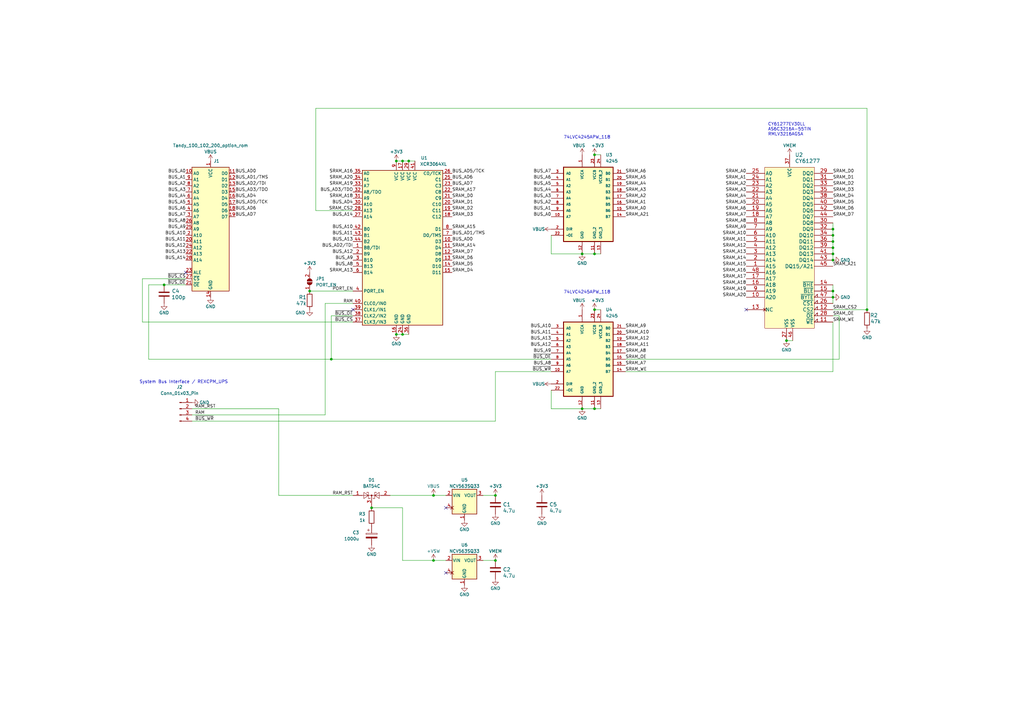
<source format=kicad_sch>
(kicad_sch (version 20230121) (generator eeschema)
  (paper "A3")
  (title_block (title "REXCPM bkw") (date "2023-10-07") (rev "003") (company "Brian K. White - b.kenyon.w@gmail.com") (comment 1 "Original design: Steven Adolph") (comment 2 "Based on REXCPMv7"))
  (lib_symbols
    (symbol "000_LOCAL:BAT54C" (pin_names (offset 1.016))
      (property "Reference" "D" (at 0.635 -3.81 0))
      (property "Value" "BAT54C" (at -6.35 3.175 0))
      (symbol "BAT54C_0_1"
        (polyline (pts (xy -1.905 0) (xy 1.905 0)))
        (polyline (pts (xy -1.905 1.27) (xy -1.905 1.016)))
        (polyline (pts (xy -1.27 -1.27) (xy -0.635 -1.27)))
        (polyline (pts (xy -1.27 0) (xy -3.81 0)))
        (polyline (pts (xy -1.27 1.27) (xy -1.905 1.27)))
        (polyline (pts (xy -1.27 1.27) (xy -1.27 -1.27)))
        (polyline (pts (xy -0.635 -1.27) (xy -0.635 -1.016)))
        (polyline (pts (xy 0.635 -1.27) (xy 0.635 -1.016)))
        (polyline (pts (xy 1.27 -1.27) (xy 0.635 -1.27)))
        (polyline (pts (xy 1.27 1.27) (xy 1.27 -1.27)))
        (polyline (pts (xy 1.27 1.27) (xy 1.905 1.27)))
        (polyline (pts (xy 1.905 1.27) (xy 1.905 1.016)))
        (polyline (pts (xy 3.81 0) (xy 1.27 0)))
        (polyline (pts (xy -3.175 -1.27) (xy -3.175 1.27) (xy -1.27 0) (xy -3.175 -1.27)))
        (polyline (pts (xy 3.175 -1.27) (xy 3.175 1.27) (xy 1.27 0) (xy 3.175 -1.27)))
        (circle (center 0 0) (radius 0.254) (fill (type outline)))
      )
      (symbol "BAT54C_1_1"
        (pin passive line (at -7.62 0 0) (length 3.81) (name "~") (number "1"))
        (pin passive line (at 7.62 0 180) (length 3.81) (name "~") (number "2"))
        (pin passive line (at 0 -5.08 90) (length 5.08) (name "~") (number "3"))
      )
    )
    (symbol "000_LOCAL:C" (pin_numbers hide) (pin_names (offset 0.254))
      (property "Reference" "C" (at 0.635 2.54 0))
      (property "Value" "C" (at 0.635 -2.54 0))
      (symbol "C_0_1"
        (polyline (pts (xy -2.032 -0.762) (xy 2.032 -0.762)) (stroke (width 0.508)))
        (polyline (pts (xy -2.032 0.762) (xy 2.032 0.762)) (stroke (width 0.508)))
      )
      (symbol "C_1_1"
        (pin passive line (at 0 3.81 270) (length 2.794) (name "~") (number "1"))
        (pin passive line (at 0 -3.81 90) (length 2.794) (name "~") (number "2"))
      )
    )
    (symbol "000_LOCAL:CP" (pin_numbers hide) (pin_names (offset 0.254))
      (property "Reference" "C" (at 0.635 2.54 0))
      (property "Value" "CP" (at 0.635 -2.54 0))
      (symbol "CP_0_1"
        (rectangle (start -2.286 0.508) (end 2.286 1.016))
        (polyline (pts (xy -1.778 2.286) (xy -0.762 2.286)))
        (polyline (pts (xy -1.27 2.794) (xy -1.27 1.778)))
        (rectangle (start 2.286 -0.508) (end -2.286 -1.016) (fill (type outline)))
      )
      (symbol "CP_1_1"
        (pin passive line (at 0 3.81 270) (length 2.794) (name "~") (number "1"))
        (pin passive line (at 0 -3.81 90) (length 2.794) (name "~") (number "2"))
      )
    )
    (symbol "000_LOCAL:CY62177" (pin_names (offset 0.254))
      (property "Reference" "U" (at -10.16 34.29 0))
      (property "Value" "CY61277" (at 2.54 34.29 0))
      (symbol "CY62177_1_0"
        (pin power_in line (at -1.27 -38.1 90) (length 5.08) (name "VSS") (number "27"))
        (pin power_in line (at 0 38.1 270) (length 5.08) (name "VCC") (number "37"))
        (pin power_in line (at 1.27 -38.1 90) (length 5.08) (name "VSS") (number "46"))
      )
      (symbol "CY62177_1_1"
        (rectangle (start -10.16 33.02) (end 10.16 -33.02) (fill (type background)))
        (pin input line (at -17.78 -7.62 0) (length 7.62) (name "A15") (number "1"))
        (pin input line (at -17.78 -20.32 0) (length 7.62) (name "A20") (number "10"))
        (pin input input_low (at 17.78 -30.48 180) (length 7.62) (name "~{WE}") (number "11"))
        (pin input input_low (at 17.78 -25.4 180) (length 7.62) (name "CS2") (number "12"))
        (pin passive non_logic (at -17.78 -25.4 0) (length 7.62) (name "NC") (number "13"))
        (pin input line (at 17.78 -15.24 180) (length 7.62) (name "~{BHE}") (number "14"))
        (pin input line (at 17.78 -17.78 180) (length 7.62) (name "~{BLE}") (number "15"))
        (pin input line (at -17.78 -15.24 0) (length 7.62) (name "A18") (number "16"))
        (pin input line (at -17.78 -12.7 0) (length 7.62) (name "A17") (number "17"))
        (pin input line (at -17.78 12.7 0) (length 7.62) (name "A7") (number "18"))
        (pin input line (at -17.78 15.24 0) (length 7.62) (name "A6") (number "19"))
        (pin input line (at -17.78 -5.08 0) (length 7.62) (name "A14") (number "2"))
        (pin input line (at -17.78 17.78 0) (length 7.62) (name "A5") (number "20"))
        (pin input line (at -17.78 20.32 0) (length 7.62) (name "A4") (number "21"))
        (pin input line (at -17.78 22.86 0) (length 7.62) (name "A3") (number "22"))
        (pin input line (at -17.78 25.4 0) (length 7.62) (name "A2") (number "23"))
        (pin input line (at -17.78 27.94 0) (length 7.62) (name "A1") (number "24"))
        (pin input line (at -17.78 30.48 0) (length 7.62) (name "A0") (number "25"))
        (pin input input_low (at 17.78 -22.86 180) (length 7.62) (name "~{CS1}") (number "26"))
        (pin input input_low (at 17.78 -27.94 180) (length 7.62) (name "~{OE}") (number "28"))
        (pin bidirectional line (at 17.78 30.48 180) (length 7.62) (name "DQ0") (number "29"))
        (pin input line (at -17.78 -2.54 0) (length 7.62) (name "A13") (number "3"))
        (pin bidirectional line (at 17.78 10.16 180) (length 7.62) (name "DQ8") (number "30"))
        (pin bidirectional line (at 17.78 27.94 180) (length 7.62) (name "DQ1") (number "31"))
        (pin bidirectional line (at 17.78 7.62 180) (length 7.62) (name "DQ9") (number "32"))
        (pin bidirectional line (at 17.78 25.4 180) (length 7.62) (name "DQ2") (number "33"))
        (pin bidirectional line (at 17.78 5.08 180) (length 7.62) (name "DQ10") (number "34"))
        (pin bidirectional line (at 17.78 22.86 180) (length 7.62) (name "DQ3") (number "35"))
        (pin bidirectional line (at 17.78 2.54 180) (length 7.62) (name "DQ11") (number "36"))
        (pin bidirectional line (at 17.78 20.32 180) (length 7.62) (name "DQ4") (number "38"))
        (pin bidirectional line (at 17.78 0 180) (length 7.62) (name "DQ12") (number "39"))
        (pin input line (at -17.78 0 0) (length 7.62) (name "A12") (number "4"))
        (pin bidirectional line (at 17.78 17.78 180) (length 7.62) (name "DQ5") (number "40"))
        (pin bidirectional line (at 17.78 -2.54 180) (length 7.62) (name "DQ13") (number "41"))
        (pin bidirectional line (at 17.78 15.24 180) (length 7.62) (name "DQ6") (number "42"))
        (pin bidirectional line (at 17.78 -5.08 180) (length 7.62) (name "DQ14") (number "43"))
        (pin bidirectional line (at 17.78 12.7 180) (length 7.62) (name "DQ7") (number "44"))
        (pin bidirectional line (at 17.78 -7.62 180) (length 7.62) (name "DQ15/A21") (number "45"))
        (pin input input_low (at 17.78 -20.32 180) (length 7.62) (name "~{BYTE}") (number "47"))
        (pin input line (at -17.78 -10.16 0) (length 7.62) (name "A16") (number "48"))
        (pin input line (at -17.78 2.54 0) (length 7.62) (name "A11") (number "5"))
        (pin input line (at -17.78 5.08 0) (length 7.62) (name "A10") (number "6"))
        (pin input line (at -17.78 7.62 0) (length 7.62) (name "A9") (number "7"))
        (pin input line (at -17.78 10.16 0) (length 7.62) (name "A8") (number "8"))
        (pin input line (at -17.78 -17.78 0) (length 7.62) (name "A19") (number "9"))
      )
    )
    (symbol "000_LOCAL:Conn_01x04_Pin" (pin_names (offset 1.016) hide)
      (property "Reference" "J" (at 0 5.08 0))
      (property "Value" "Conn_01x04_Pin" (at 0 -7.62 0))
      (symbol "Conn_01x04_Pin_1_1"
        (polyline (pts (xy 1.27 -5.08) (xy 0.8636 -5.08)) (stroke (width 0.1524)))
        (polyline (pts (xy 1.27 -2.54) (xy 0.8636 -2.54)) (stroke (width 0.1524)))
        (polyline (pts (xy 1.27 0) (xy 0.8636 0)) (stroke (width 0.1524)))
        (polyline (pts (xy 1.27 2.54) (xy 0.8636 2.54)) (stroke (width 0.1524)))
        (rectangle (start 0.8636 -4.953) (end 0 -5.207) (stroke (width 0.1524)) (fill (type outline)))
        (rectangle (start 0.8636 -2.413) (end 0 -2.667) (stroke (width 0.1524)) (fill (type outline)))
        (rectangle (start 0.8636 0.127) (end 0 -0.127) (stroke (width 0.1524)) (fill (type outline)))
        (rectangle (start 0.8636 2.667) (end 0 2.413) (stroke (width 0.1524)) (fill (type outline)))
        (pin passive line (at 5.08 2.54 180) (length 3.81) (name "Pin_1") (number "1"))
        (pin passive line (at 5.08 0 180) (length 3.81) (name "Pin_2") (number "2"))
        (pin passive line (at 5.08 -2.54 180) (length 3.81) (name "Pin_3") (number "3"))
        (pin passive line (at 5.08 -5.08 180) (length 3.81) (name "Pin_4") (number "4"))
      )
    )
    (symbol "000_LOCAL:NCP563" (pin_names (offset 0.254))
      (property "Reference" "U" (at 0 8.255 0))
      (property "Value" "NCP563" (at 0 6.35 0))
      (symbol "NCP563_0_1"
        (rectangle (start -5.08 5.08) (end 5.08 -5.08) (stroke (width 0.254)) (fill (type background)))
      )
      (symbol "NCP563_1_1"
        (pin power_in line (at 0 -7.62 90) (length 2.54) (name "GND") (number "1"))
        (pin power_in line (at -7.62 2.54 0) (length 2.54) (name "VIN") (number "2"))
        (pin power_out line (at 7.62 2.54 180) (length 2.54) (name "VOUT") (number "3"))
        (pin passive non_logic (at -7.62 -2.54 0) (length 2.54) (name "") (number "4"))
      )
    )
    (symbol "000_LOCAL:R" (pin_numbers hide) (pin_names (offset 0))
      (property "Reference" "R" (at 2.032 0 90))
      (property "Value" "R" (at 0 0 90))
      (symbol "R_0_1"
        (rectangle (start -1.016 -2.54) (end 1.016 2.54) (stroke (width 0.254)))
      )
      (symbol "R_1_1"
        (pin passive line (at 0 3.81 270) (length 1.27) (name "~") (number "1"))
        (pin passive line (at 0 -3.81 90) (length 1.27) (name "~") (number "2"))
      )
    )
    (symbol "000_LOCAL:SolderJumper_2_Open" (pin_names (offset 0) hide)
      (property "Reference" "JP" (at 0 2.032 0))
      (property "Value" "SolderJumper_2_Open" (at 0 -2.54 0))
      (symbol "SolderJumper_2_Open_0_1"
        (arc (start -0.254 1.016) (mid -1.2656 0) (end -0.254 -1.016))
        (arc (start -0.254 1.016) (mid -1.2656 0) (end -0.254 -1.016) (fill (type outline)))
        (polyline (pts (xy -0.254 1.016) (xy -0.254 -1.016)))
        (polyline (pts (xy 0.254 1.016) (xy 0.254 -1.016)))
        (arc (start 0.254 -1.016) (mid 1.2656 0) (end 0.254 1.016))
        (arc (start 0.254 -1.016) (mid 1.2656 0) (end 0.254 1.016) (fill (type outline)))
      )
      (symbol "SolderJumper_2_Open_1_1"
        (pin passive line (at -3.81 0 0) (length 2.54) (name "A") (number "1"))
        (pin passive line (at 3.81 0 180) (length 2.54) (name "B") (number "2"))
      )
    )
    (symbol "000_LOCAL:Tandy_100_102_200_option_rom"
      (property "Reference" "U" (at -7.62 26.67 0))
      (property "Value" "Tandy_100_102_200_option_rom" (at 2.54 -26.67 0))
      (symbol "Tandy_100_102_200_option_rom_1_1"
        (rectangle (start -7.62 25.4) (end 7.62 -25.4) (stroke (width 0.254)) (fill (type background)))
        (pin power_in line (at 0 27.94 270) (length 2.54) (name "VCC") (number "1"))
        (pin input line (at -10.16 22.86 0) (length 2.54) (name "A0") (number "10"))
        (pin tri_state line (at 10.16 22.86 180) (length 2.54) (name "D0") (number "11"))
        (pin tri_state line (at 10.16 20.32 180) (length 2.54) (name "D1") (number "12"))
        (pin tri_state line (at 10.16 17.78 180) (length 2.54) (name "D2") (number "13"))
        (pin power_in line (at 0 -27.94 90) (length 2.54) (name "GND") (number "14"))
        (pin tri_state line (at 10.16 15.24 180) (length 2.54) (name "D3") (number "15"))
        (pin tri_state line (at 10.16 12.7 180) (length 2.54) (name "D4") (number "16"))
        (pin tri_state line (at 10.16 10.16 180) (length 2.54) (name "D5") (number "17"))
        (pin tri_state line (at 10.16 7.62 180) (length 2.54) (name "D6") (number "18"))
        (pin tri_state line (at 10.16 5.08 180) (length 2.54) (name "D7") (number "19"))
        (pin input line (at -10.16 -2.54 0) (length 2.54) (name "A10") (number "2"))
        (pin input line (at -10.16 -5.08 0) (length 2.54) (name "A11") (number "20"))
        (pin input line (at -10.16 -22.86 0) (length 2.54) (name "~{OE}") (number "21"))
        (pin input line (at -10.16 -10.16 0) (length 2.54) (name "A13") (number "22"))
        (pin input line (at -10.16 -17.78 0) (length 2.54) (name "ALE") (number "23"))
        (pin input line (at -10.16 -7.62 0) (length 2.54) (name "A12") (number "24"))
        (pin input line (at -10.16 0 0) (length 2.54) (name "A9") (number "25"))
        (pin input line (at -10.16 2.54 0) (length 2.54) (name "A8") (number "26"))
        (pin input line (at -10.16 -20.32 0) (length 2.54) (name "~{CS}") (number "27"))
        (pin input line (at -10.16 -12.7 0) (length 2.54) (name "A14") (number "28"))
        (pin input line (at -10.16 5.08 0) (length 2.54) (name "A7") (number "3"))
        (pin input line (at -10.16 7.62 0) (length 2.54) (name "A6") (number "4"))
        (pin input line (at -10.16 10.16 0) (length 2.54) (name "A5") (number "5"))
        (pin input line (at -10.16 12.7 0) (length 2.54) (name "A4") (number "6"))
        (pin input line (at -10.16 15.24 0) (length 2.54) (name "A3") (number "7"))
        (pin input line (at -10.16 17.78 0) (length 2.54) (name "A2") (number "8"))
        (pin input line (at -10.16 20.32 0) (length 2.54) (name "A1") (number "9"))
      )
    )
    (symbol "000_LOCAL:XCR3064-VQ44"
      (property "Reference" "U" (at 0.254 2.032 0))
      (property "Value" "XCR3064-VQ44" (at 0.127 -2.286 0))
      (symbol "XCR3064-VQ44_1_1"
        (rectangle (start -16.51 31.75) (end 16.51 -31.75) (stroke (width 0.254)) (fill (type background)))
        (pin passive line (at -20.32 0 0) (length 3.81) (name "B8/TDI") (number "1"))
        (pin passive line (at 20.32 2.54 180) (length 3.81) (name "D3") (number "10"))
        (pin passive line (at 20.32 0 180) (length 3.81) (name "D4") (number "11"))
        (pin passive line (at 20.32 -2.54 180) (length 3.81) (name "D8") (number "12"))
        (pin passive line (at 20.32 -5.08 180) (length 3.81) (name "D9") (number "13"))
        (pin passive line (at 20.32 -7.62 180) (length 3.81) (name "D10") (number "14"))
        (pin passive line (at 20.32 -10.16 180) (length 3.81) (name "D11") (number "15"))
        (pin power_in line (at -2.54 -35.56 90) (length 3.81) (name "GND") (number "16"))
        (pin power_in line (at 0 35.56 270) (length 3.81) (name "VCC") (number "17"))
        (pin passive line (at 20.32 12.7 180) (length 3.81) (name "C12") (number "18"))
        (pin passive line (at 20.32 15.24 180) (length 3.81) (name "C11") (number "19"))
        (pin passive line (at -20.32 -2.54 0) (length 3.81) (name "B9") (number "2"))
        (pin passive line (at 20.32 17.78 180) (length 3.81) (name "C10") (number "20"))
        (pin passive line (at 20.32 20.32 180) (length 3.81) (name "C9") (number "21"))
        (pin passive line (at 20.32 22.86 180) (length 3.81) (name "C8") (number "22"))
        (pin passive line (at 20.32 25.4 180) (length 3.81) (name "C3") (number "23"))
        (pin power_in line (at 0 -35.56 90) (length 3.81) (name "GND") (number "24"))
        (pin passive line (at 20.32 27.94 180) (length 3.81) (name "C1") (number "25"))
        (pin passive line (at 20.32 30.48 180) (length 3.81) (name "C0/TCK") (number "26"))
        (pin passive line (at -20.32 12.7 0) (length 3.81) (name "A14") (number "27"))
        (pin passive line (at -20.32 15.24 0) (length 3.81) (name "A13") (number "28"))
        (pin power_in line (at 2.54 35.56 270) (length 3.81) (name "VCC") (number "29"))
        (pin passive line (at -20.32 -5.08 0) (length 3.81) (name "B10") (number "3"))
        (pin passive line (at -20.32 17.78 0) (length 3.81) (name "A10") (number "30"))
        (pin passive line (at -20.32 20.32 0) (length 3.81) (name "A9") (number "31"))
        (pin passive line (at -20.32 22.86 0) (length 3.81) (name "A8/TDO") (number "32"))
        (pin passive line (at -20.32 25.4 0) (length 3.81) (name "A7") (number "33"))
        (pin passive line (at -20.32 27.94 0) (length 3.81) (name "A1") (number "34"))
        (pin passive line (at -20.32 30.48 0) (length 3.81) (name "A0") (number "35"))
        (pin power_in line (at 2.54 -35.56 90) (length 3.81) (name "GND") (number "36"))
        (pin input line (at -20.32 -30.48 0) (length 3.81) (name "CLK3/IN3") (number "37"))
        (pin input line (at -20.32 -27.94 0) (length 3.81) (name "CLK2/IN2") (number "38"))
        (pin input line (at -20.32 -25.4 0) (length 3.81) (name "CLK1/IN1") (number "39"))
        (pin input line (at -20.32 -17.78 0) (length 3.81) (name "PORT_EN") (number "4"))
        (pin input line (at -20.32 -22.86 0) (length 3.81) (name "CLC0/IN0") (number "40"))
        (pin power_in line (at 5.08 35.56 270) (length 3.81) (name "VCC") (number "41"))
        (pin passive line (at -20.32 7.62 0) (length 3.81) (name "B0") (number "42"))
        (pin passive line (at -20.32 5.08 0) (length 3.81) (name "B1") (number "43"))
        (pin passive line (at -20.32 2.54 0) (length 3.81) (name "B2") (number "44"))
        (pin passive line (at -20.32 -7.62 0) (length 3.81) (name "B13") (number "5"))
        (pin passive line (at -20.32 -10.16 0) (length 3.81) (name "B14") (number "6"))
        (pin passive line (at 20.32 5.08 180) (length 3.81) (name "D0/TMS") (number "7"))
        (pin passive line (at 20.32 7.62 180) (length 3.81) (name "D1") (number "8"))
        (pin power_in line (at -2.54 35.56 270) (length 3.81) (name "VCC") (number "9"))
      )
    )
    (symbol "74LVC4245APW_118_1" (pin_names (offset 1.016))
      (property "Reference" "U" (at 5.842 18.796 0))
      (property "Value" "74LVC4245APW_118" (at 5.588 15.24 0))
      (symbol "74LVC4245APW_118_1_0_0"
        (rectangle (start -10.16 13.97) (end 10.16 -16.51) (stroke (width 0.4064)) (fill (type background)))
        (pin bidirectional line (at -15.24 -6.35 0) (length 5.08) (name "A7") (number "10"))
        (pin passive line (at 2.54 -21.59 90) (length 5.08) (name "GND_2") (number "11"))
        (pin passive line (at -2.54 -21.59 90) (length 5.08) (name "GND") (number "12"))
        (pin passive line (at 5.08 -21.59 90) (length 5.08) (name "GND_3") (number "13"))
        (pin bidirectional line (at 15.24 -6.35 180) (length 5.08) (name "B7") (number "14"))
        (pin bidirectional line (at 15.24 -3.81 180) (length 5.08) (name "B6") (number "15"))
        (pin bidirectional line (at 15.24 -1.27 180) (length 5.08) (name "B5") (number "16"))
        (pin bidirectional line (at 15.24 1.27 180) (length 5.08) (name "B4") (number "17"))
        (pin bidirectional line (at 15.24 3.81 180) (length 5.08) (name "B3") (number "18"))
        (pin bidirectional line (at 15.24 6.35 180) (length 5.08) (name "B2") (number "19"))
        (pin input line (at -15.24 -11.43 0) (length 5.08) (name "DIR") (number "2"))
        (pin bidirectional line (at 15.24 8.89 180) (length 5.08) (name "B1") (number "20"))
        (pin bidirectional line (at 15.24 11.43 180) (length 5.08) (name "B0") (number "21"))
        (pin input line (at -15.24 -13.97 0) (length 5.08) (name "~OE") (number "22"))
        (pin bidirectional line (at -15.24 11.43 0) (length 5.08) (name "A0") (number "3"))
        (pin bidirectional line (at -15.24 8.89 0) (length 5.08) (name "A1") (number "4"))
        (pin bidirectional line (at -15.24 6.35 0) (length 5.08) (name "A2") (number "5"))
        (pin bidirectional line (at -15.24 3.81 0) (length 5.08) (name "A3") (number "6"))
        (pin bidirectional line (at -15.24 1.27 0) (length 5.08) (name "A4") (number "7"))
        (pin bidirectional line (at -15.24 -1.27 0) (length 5.08) (name "A5") (number "8"))
        (pin bidirectional line (at -15.24 -3.81 0) (length 5.08) (name "A6") (number "9"))
      )
      (symbol "74LVC4245APW_118_1_1_0"
        (pin power_in line (at -2.54 19.05 270) (length 5.08) (name "VCCA") (number "1"))
        (pin power_in line (at 2.54 19.05 270) (length 5.08) (name "VCCB") (number "23"))
        (pin power_in line (at 5.08 19.05 270) (length 5.08) (name "VCCB_2") (number "24"))
      )
    )
    (symbol "74LVC4245APW_118_2" (pin_names (offset 1.016))
      (property "Reference" "U" (at 5.842 18.796 0))
      (property "Value" "74LVC4245APW_118" (at 5.588 15.24 0))
      (symbol "74LVC4245APW_118_2_0_0"
        (rectangle (start -10.16 13.97) (end 10.16 -16.51) (stroke (width 0.4064)) (fill (type background)))
        (pin bidirectional line (at -15.24 -6.35 0) (length 5.08) (name "A7") (number "10"))
        (pin passive line (at 2.54 -21.59 90) (length 5.08) (name "GND_2") (number "11"))
        (pin passive line (at -2.54 -21.59 90) (length 5.08) (name "GND") (number "12"))
        (pin passive line (at 5.08 -21.59 90) (length 5.08) (name "GND_3") (number "13"))
        (pin bidirectional line (at 15.24 -6.35 180) (length 5.08) (name "B7") (number "14"))
        (pin bidirectional line (at 15.24 -3.81 180) (length 5.08) (name "B6") (number "15"))
        (pin bidirectional line (at 15.24 -1.27 180) (length 5.08) (name "B5") (number "16"))
        (pin bidirectional line (at 15.24 1.27 180) (length 5.08) (name "B4") (number "17"))
        (pin bidirectional line (at 15.24 3.81 180) (length 5.08) (name "B3") (number "18"))
        (pin bidirectional line (at 15.24 6.35 180) (length 5.08) (name "B2") (number "19"))
        (pin input line (at -15.24 -11.43 0) (length 5.08) (name "DIR") (number "2"))
        (pin bidirectional line (at 15.24 8.89 180) (length 5.08) (name "B1") (number "20"))
        (pin bidirectional line (at 15.24 11.43 180) (length 5.08) (name "B0") (number "21"))
        (pin input line (at -15.24 -13.97 0) (length 5.08) (name "~OE") (number "22"))
        (pin bidirectional line (at -15.24 11.43 0) (length 5.08) (name "A0") (number "3"))
        (pin bidirectional line (at -15.24 8.89 0) (length 5.08) (name "A1") (number "4"))
        (pin bidirectional line (at -15.24 6.35 0) (length 5.08) (name "A2") (number "5"))
        (pin bidirectional line (at -15.24 3.81 0) (length 5.08) (name "A3") (number "6"))
        (pin bidirectional line (at -15.24 1.27 0) (length 5.08) (name "A4") (number "7"))
        (pin bidirectional line (at -15.24 -1.27 0) (length 5.08) (name "A5") (number "8"))
        (pin bidirectional line (at -15.24 -3.81 0) (length 5.08) (name "A6") (number "9"))
      )
      (symbol "74LVC4245APW_118_2_1_0"
        (pin power_in line (at -2.54 19.05 270) (length 5.08) (name "VCCA") (number "1"))
        (pin power_in line (at 2.54 19.05 270) (length 5.08) (name "VCCB") (number "23"))
        (pin power_in line (at 5.08 19.05 270) (length 5.08) (name "VCCB_2") (number "24"))
      )
    )
    (symbol "NCP563_1" (pin_names (offset 0.254))
      (property "Reference" "U" (at 0 8.255 0))
      (property "Value" "NCP563" (at 0 6.35 0))
      (symbol "NCP563_1_0_1"
        (rectangle (start -5.08 5.08) (end 5.08 -5.08) (stroke (width 0.254)) (fill (type background)))
      )
      (symbol "NCP563_1_1_1"
        (pin power_in line (at 0 -7.62 90) (length 2.54) (name "GND") (number "1"))
        (pin power_in line (at -7.62 2.54 0) (length 2.54) (name "VIN") (number "2"))
        (pin power_out line (at 7.62 2.54 180) (length 2.54) (name "VOUT") (number "3"))
        (pin passive non_logic (at -7.62 -2.54 0) (length 2.54) (name "") (number "4"))
      )
    )
    (symbol "power:+3V3" (power) (pin_names (offset 0))
      (property "Value" "+3V3" (at 0 3.556 0))
      (symbol "+3V3_0_1"
        (polyline (pts (xy -0.762 1.27) (xy 0 2.54)))
        (polyline (pts (xy 0 0) (xy 0 2.54)))
        (polyline (pts (xy 0 2.54) (xy 0.762 1.27)))
      )
      (symbol "+3V3_1_1"
        (pin power_in line (at 0 0 90) (length 0) hide (name "+3V3") (number "1"))
      )
    )
    (symbol "power:+VSW" (power) (pin_names (offset 0))
      (property "Value" "+VSW" (at 0 3.556 0))
      (symbol "+VSW_0_1"
        (polyline (pts (xy -0.762 1.27) (xy 0 2.54)))
        (polyline (pts (xy 0 0) (xy 0 2.54)))
        (polyline (pts (xy 0 2.54) (xy 0.762 1.27)))
      )
      (symbol "+VSW_1_1"
        (pin power_in line (at 0 0 90) (length 0) hide (name "+VSW") (number "1"))
      )
    )
    (symbol "power:GND" (power) (pin_names (offset 0))
      (property "Value" "GND" (at 0 -3.81 0))
      (symbol "GND_0_1"
        (polyline (pts (xy 0 0) (xy 0 -1.27) (xy 1.27 -1.27) (xy 0 -2.54) (xy -1.27 -1.27) (xy 0 -1.27)))
      )
      (symbol "GND_1_1"
        (pin power_in line (at 0 0 270) (length 0) hide (name "GND") (number "1"))
      )
    )
    (symbol "power:VBUS" (power) (pin_names (offset 0))
      (property "Value" "VBUS" (at 0 3.81 0))
      (symbol "VBUS_0_1"
        (polyline (pts (xy -0.762 1.27) (xy 0 2.54)))
        (polyline (pts (xy 0 0) (xy 0 2.54)))
        (polyline (pts (xy 0 2.54) (xy 0.762 1.27)))
      )
      (symbol "VBUS_1_1"
        (pin power_in line (at 0 0 90) (length 0) hide (name "VBUS") (number "1"))
      )
    )
    (symbol "power:VMEM" (power) (pin_names (offset 0))
      (property "Value" "VMEM" (at 0 3.81 0))
      (symbol "VMEM_0_1"
        (polyline (pts (xy -0.762 1.27) (xy 0 2.54)))
        (polyline (pts (xy 0 0) (xy 0 2.54)))
        (polyline (pts (xy 0 2.54) (xy 0.762 1.27)))
      )
      (symbol "VMEM_1_1"
        (pin power_in line (at 0 0 90) (length 0) hide (name "VMEM") (number "1"))
      )
    )
  )
  (junction (at 162.56 66.04))
  (junction (at 341.63 121.92))
  (junction (at 355.6 127))
  (junction (at 167.64 66.04))
  (junction (at 341.63 104.14))
  (junction (at 165.1 137.16))
  (junction (at 341.63 119.38))
  (junction (at 162.56 137.16))
  (junction (at 203.2 229.87))
  (junction (at 341.63 93.98))
  (junction (at 238.76 104.14))
  (junction (at 135.89 147.32))
  (junction (at 243.84 167.64))
  (junction (at 243.84 63.5))
  (junction (at 152.4 208.28))
  (junction (at 238.76 167.64))
  (junction (at 322.58 139.7))
  (junction (at 177.8 203.2))
  (junction (at 67.31 116.84))
  (junction (at 203.2 203.2))
  (junction (at 341.63 106.68))
  (junction (at 341.63 96.52))
  (junction (at 165.1 66.04))
  (junction (at 341.63 99.06))
  (junction (at 243.84 127))
  (junction (at 127 119.38))
  (junction (at 243.84 104.14))
  (junction (at 341.63 101.6))
  (junction (at 177.8 229.87))
  (no_connect (at 306.07 127))
  (no_connect (at 182.88 234.95))
  (no_connect (at 76.2 111.76))
  (no_connect (at 144.78 127))
  (no_connect (at 182.88 208.28))
  (wire (pts (xy 135.89 147.32) (xy 226.06 147.32)))
  (wire (pts (xy 177.8 229.87) (xy 182.88 229.87)))
  (wire (pts (xy 341.63 104.14) (xy 341.63 106.68)))
  (wire (pts (xy 243.84 104.14) (xy 246.38 104.14)))
  (wire (pts (xy 226.06 167.64) (xy 238.76 167.64)))
  (wire (pts (xy 144.78 86.36) (xy 129.54 86.36)))
  (wire (pts (xy 344.17 147.32) (xy 344.17 129.54)))
  (wire (pts (xy 127 119.38) (xy 144.78 119.38)))
  (wire (pts (xy 256.54 152.4) (xy 341.63 152.4)))
  (wire (pts (xy 129.54 44.45) (xy 355.6 44.45)))
  (wire (pts (xy 198.12 203.2) (xy 203.2 203.2)))
  (wire (pts (xy 177.8 203.2) (xy 182.88 203.2)))
  (wire (pts (xy 256.54 147.32) (xy 344.17 147.32)))
  (wire (pts (xy 67.31 116.84) (xy 60.96 116.84)))
  (wire (pts (xy 203.2 152.4) (xy 226.06 152.4)))
  (wire (pts (xy 78.74 172.72) (xy 203.2 172.72)))
  (wire (pts (xy 133.35 170.18) (xy 133.35 124.46)))
  (wire (pts (xy 341.63 101.6) (xy 341.63 104.14)))
  (wire (pts (xy 341.63 99.06) (xy 341.63 101.6)))
  (wire (pts (xy 355.6 44.45) (xy 355.6 127)))
  (wire (pts (xy 243.84 63.5) (xy 246.38 63.5)))
  (wire (pts (xy 60.96 147.32) (xy 135.89 147.32)))
  (wire (pts (xy 238.76 104.14) (xy 243.84 104.14)))
  (wire (pts (xy 243.84 167.64) (xy 246.38 167.64)))
  (wire (pts (xy 58.42 114.3) (xy 58.42 132.08)))
  (wire (pts (xy 114.3 167.64) (xy 114.3 203.2)))
  (wire (pts (xy 78.74 167.64) (xy 114.3 167.64)))
  (wire (pts (xy 341.63 127) (xy 355.6 127)))
  (wire (pts (xy 344.17 129.54) (xy 341.63 129.54)))
  (wire (pts (xy 203.2 172.72) (xy 203.2 152.4)))
  (wire (pts (xy 238.76 104.14) (xy 226.06 104.14)))
  (wire (pts (xy 341.63 93.98) (xy 341.63 96.52)))
  (wire (pts (xy 167.64 66.04) (xy 170.18 66.04)))
  (wire (pts (xy 165.1 137.16) (xy 167.64 137.16)))
  (wire (pts (xy 165.1 229.87) (xy 177.8 229.87)))
  (wire (pts (xy 341.63 116.84) (xy 341.63 119.38)))
  (wire (pts (xy 341.63 96.52) (xy 341.63 99.06)))
  (wire (pts (xy 160.02 203.2) (xy 177.8 203.2)))
  (wire (pts (xy 243.84 127) (xy 246.38 127)))
  (wire (pts (xy 165.1 66.04) (xy 167.64 66.04)))
  (wire (pts (xy 238.76 167.64) (xy 243.84 167.64)))
  (wire (pts (xy 135.89 129.54) (xy 135.89 147.32)))
  (wire (pts (xy 341.63 119.38) (xy 341.63 121.92)))
  (wire (pts (xy 60.96 116.84) (xy 60.96 147.32)))
  (wire (pts (xy 67.31 116.84) (xy 76.2 116.84)))
  (wire (pts (xy 341.63 91.44) (xy 341.63 93.98)))
  (wire (pts (xy 198.12 229.87) (xy 203.2 229.87)))
  (wire (pts (xy 114.3 203.2) (xy 144.78 203.2)))
  (wire (pts (xy 162.56 137.16) (xy 165.1 137.16)))
  (wire (pts (xy 152.4 208.28) (xy 165.1 208.28)))
  (wire (pts (xy 226.06 104.14) (xy 226.06 96.52)))
  (wire (pts (xy 76.2 114.3) (xy 58.42 114.3)))
  (wire (pts (xy 78.74 170.18) (xy 133.35 170.18)))
  (wire (pts (xy 341.63 152.4) (xy 341.63 132.08)))
  (wire (pts (xy 341.63 121.92) (xy 341.63 124.46)))
  (wire (pts (xy 58.42 132.08) (xy 144.78 132.08)))
  (wire (pts (xy 135.89 129.54) (xy 144.78 129.54)))
  (wire (pts (xy 226.06 160.02) (xy 226.06 167.64)))
  (wire (pts (xy 133.35 124.46) (xy 144.78 124.46)))
  (wire (pts (xy 165.1 208.28) (xy 165.1 229.87)))
  (wire (pts (xy 129.54 86.36) (xy 129.54 44.45)))
  (wire (pts (xy 162.56 66.04) (xy 165.1 66.04)))
  (wire (pts (xy 322.58 139.7) (xy 325.12 139.7)))
  (text "74LVC4245APW_118" (at 231.14 57.15 0) (effects (font (size 1.27 1.27)) (justify left bottom)))
  (text "System Bus Interface / REXCPM_UPS" (at 57.15 157.48 0) (effects (font (size 1.27 1.27)) (justify left bottom)))
  (text "74LVC4245APW_118" (at 231.14 120.65 0) (effects (font (size 1.27 1.27)) (justify left bottom)))
  (text "CY61277EV30LL\nAS6C3216A-55TIN\nRMLV3216AGSA" (at 314.96 55.88 0) (effects (font (size 1.27 1.27)) (justify left bottom)))
  (label "SRAM_A17" (at 306.07 114.3 180))
  (label "BUS_A5" (at 76.2 83.82 180))
  (label "RAM_RST" (at 144.78 203.2 180))
  (label "BUS_A8" (at 76.2 91.44 180))
  (label "SRAM_D0" (at 341.63 71.12 0))
  (label "PORT_EN" (at 144.78 119.38 180))
  (label "SRAM_A18" (at 144.78 81.28 180))
  (label "SRAM_WE" (at 341.63 132.08 0))
  (label "BUS_A8" (at 144.78 109.22 180))
  (label "BUS_A14" (at 144.78 88.9 180))
  (label "~{BUS_CS}" (at 144.78 132.08 180))
  (label "SRAM_WE" (at 256.54 152.4 0))
  (label "SRAM_A3" (at 256.54 78.74 0))
  (label "RAM" (at 144.78 124.46 180))
  (label "BUS_A6" (at 226.06 73.66 180))
  (label "BUS_AD6" (at 185.42 73.66 0))
  (label "SRAM_D6" (at 341.63 86.36 0))
  (label "BUS_A12" (at 76.2 101.6 180))
  (label "SRAM_A6" (at 256.54 71.12 0))
  (label "BUS_AD7" (at 96.52 88.9 0))
  (label "SRAM_A12" (at 256.54 139.7 0))
  (label "SRAM_CS2" (at 341.63 127 0))
  (label "SRAM_A18" (at 306.07 116.84 180))
  (label "SRAM_A14" (at 185.42 101.6 0))
  (label "BUS_A12" (at 144.78 104.14 180))
  (label "BUS_AD2{slash}TDI" (at 144.78 101.6 180))
  (label "SRAM_A10" (at 256.54 137.16 0))
  (label "SRAM_A9" (at 256.54 134.62 0))
  (label "SRAM_A16" (at 306.07 111.76 180))
  (label "SRAM_A11" (at 306.07 99.06 180))
  (label "BUS_A11" (at 226.06 137.16 180))
  (label "BUS_AD4" (at 96.52 81.28 0))
  (label "SRAM_D2" (at 185.42 86.36 0))
  (label "BUS_A12" (at 226.06 142.24 180))
  (label "SRAM_A13" (at 144.78 111.76 180))
  (label "BUS_A10" (at 76.2 96.52 180))
  (label "BUS_A13" (at 76.2 104.14 180))
  (label "SRAM_A5" (at 256.54 73.66 0))
  (label "SRAM_A5" (at 306.07 83.82 180))
  (label "BUS_AD4" (at 144.78 83.82 180))
  (label "BUS_A1" (at 76.2 73.66 180))
  (label "~{BUS_OE}" (at 226.06 147.32 180))
  (label "BUS_AD5{slash}TCK" (at 185.42 71.12 0))
  (label "SRAM_A4" (at 256.54 76.2 0))
  (label "BUS_AD6" (at 96.52 86.36 0))
  (label "BUS_AD0" (at 96.52 71.12 0))
  (label "SRAM_A16" (at 144.78 71.12 180))
  (label "BUS_A13" (at 144.78 99.06 180))
  (label "BUS_A3" (at 226.06 81.28 180))
  (label "SRAM_D3" (at 185.42 88.9 0))
  (label "BUS_A11" (at 76.2 99.06 180))
  (label "BUS_A4" (at 226.06 78.74 180))
  (label "SRAM_A11" (at 256.54 142.24 0))
  (label "BUS_A1" (at 226.06 86.36 180))
  (label "SRAM_A20" (at 306.07 121.92 180))
  (label "BUS_A10" (at 144.78 93.98 180))
  (label "SRAM_A2" (at 306.07 76.2 180))
  (label "~{BUS_OE}" (at 76.2 116.84 180))
  (label "SRAM_A4" (at 306.07 81.28 180))
  (label "SRAM_D7" (at 185.42 104.14 0))
  (label "SRAM_D1" (at 185.42 83.82 0))
  (label "SRAM_A1" (at 306.07 73.66 180))
  (label "SRAM_A21" (at 341.63 109.22 0))
  (label "BUS_A5" (at 226.06 76.2 180))
  (label "BUS_A13" (at 226.06 139.7 180))
  (label "~{BUS_WR}" (at 226.06 152.4 180))
  (label "SRAM_A17" (at 185.42 78.74 0))
  (label "BUS_A7" (at 226.06 71.12 180))
  (label "SRAM_A12" (at 306.07 101.6 180))
  (label "SRAM_A13" (at 306.07 104.14 180))
  (label "SRAM_D2" (at 341.63 76.2 0))
  (label "BUS_A0" (at 76.2 71.12 180))
  (label "SRAM_CS2" (at 144.78 86.36 180))
  (label "SRAM_D5" (at 341.63 83.82 0))
  (label "RAM" (at 80.01 170.18 0))
  (label "BUS_A9" (at 144.78 106.68 180))
  (label "BUS_A9" (at 76.2 93.98 180))
  (label "RAM_RST" (at 80.01 167.64 0))
  (label "SRAM_D7" (at 341.63 88.9 0))
  (label "SRAM_A9" (at 306.07 93.98 180))
  (label "SRAM_A2" (at 256.54 81.28 0))
  (label "SRAM_A0" (at 306.07 71.12 180))
  (label "BUS_AD0" (at 185.42 99.06 0))
  (label "BUS_AD3{slash}TDO" (at 144.78 78.74 180))
  (label "BUS_A2" (at 76.2 76.2 180))
  (label "SRAM_D4" (at 341.63 81.28 0))
  (label "SRAM_A19" (at 306.07 119.38 180))
  (label "~{BUS_CS}" (at 76.2 114.3 180))
  (label "BUS_A6" (at 76.2 86.36 180))
  (label "SRAM_A7" (at 256.54 149.86 0))
  (label "BUS_A11" (at 144.78 96.52 180))
  (label "BUS_AD5{slash}TCK" (at 96.52 83.82 0))
  (label "BUS_A2" (at 226.06 83.82 180))
  (label "SRAM_A15" (at 306.07 109.22 180))
  (label "BUS_A10" (at 226.06 134.62 180))
  (label "BUS_A9" (at 226.06 144.78 180))
  (label "SRAM_D5" (at 185.42 109.22 0))
  (label "BUS_AD3{slash}TDO" (at 96.52 78.74 0))
  (label "SRAM_D0" (at 185.42 81.28 0))
  (label "SRAM_D4" (at 185.42 111.76 0))
  (label "SRAM_D6" (at 185.42 106.68 0))
  (label "SRAM_A10" (at 306.07 96.52 180))
  (label "BUS_AD2{slash}TDI" (at 96.52 76.2 0))
  (label "SRAM_OE" (at 341.63 129.54 0))
  (label "SRAM_A7" (at 306.07 88.9 180))
  (label "BUS_A0" (at 226.06 88.9 180))
  (label "SRAM_A0" (at 256.54 86.36 0))
  (label "SRAM_A8" (at 256.54 144.78 0))
  (label "BUS_AD1{slash}TMS" (at 185.42 96.52 0))
  (label "BUS_AD7" (at 185.42 76.2 0))
  (label "SRAM_A1" (at 256.54 83.82 0))
  (label "SRAM_A14" (at 306.07 106.68 180))
  (label "SRAM_A15" (at 185.42 93.98 0))
  (label "SRAM_A6" (at 306.07 86.36 180))
  (label "SRAM_A21" (at 256.54 88.9 0))
  (label "SRAM_A8" (at 306.07 91.44 180))
  (label "SRAM_A19" (at 144.78 76.2 180))
  (label "BUS_A3" (at 76.2 78.74 180))
  (label "SRAM_OE" (at 256.54 147.32 0))
  (label "BUS_A8" (at 226.06 149.86 180))
  (label "BUS_AD1{slash}TMS" (at 96.52 73.66 0))
  (label "SRAM_A3" (at 306.07 78.74 180))
  (label "SRAM_D1" (at 341.63 73.66 0))
  (label "~{BUS_WR}" (at 80.01 172.72 0))
  (label "SRAM_D3" (at 341.63 78.74 0))
  (label "SRAM_A20" (at 144.78 73.66 180))
  (label "BUS_A7" (at 76.2 88.9 180))
  (label "BUS_A4" (at 76.2 81.28 180))
  (label "~{BUS_OE}" (at 144.78 129.54 180))
  (label "BUS_A14" (at 76.2 106.68 180))
  (symbol (lib_id "000_LOCAL:R") (at 127 123.19 0) (mirror y) (unit 1)
    (property "Reference" "R1" (at 125.73 121.92 0) (effects (font (size 1.4986 1.4986)) (justify left)))
    (property "Value" "47k" (at 125.73 124.46 0) (effects (font (size 1.4986 1.4986)) (justify left)))
    (property "Footprint" "000_LOCAL:R_0805" (effects hide))
  )
  (symbol (lib_id "000_LOCAL:C") (at 203.2 207.01 0) (unit 1)
    (property "Reference" "C1" (at 206.248 207.772 0) (effects (font (size 1.4986 1.4986)) (justify left bottom)))
    (property "Value" "4.7u" (at 206.248 210.312 0) (effects (font (size 1.4986 1.4986)) (justify left bottom)))
    (property "Footprint" "000_LOCAL:C_0805" (effects hide))
  )
  (symbol (lib_id "power:GND") (at 203.2 210.82 0) (unit 1)
    (property "Reference" "#PWR0104" (effects hide))
    (property "Value" "GND" (at 203.2 214.63 0))
  )
  (symbol (lib_id "power:GND") (at 127 127 0) (unit 1)
    (property "Reference" "#PWR0101" (effects hide))
    (property "Value" "GND" (at 123.19 128.27 0))
  )
  (symbol (lib_id "power:GND") (at 86.36 121.92 0) (unit 1)
    (property "Reference" "#PWR0131" (effects hide))
    (property "Value" "GND" (at 86.36 125.73 0))
  )
  (symbol (lib_id "000_LOCAL:XCR3064-VQ44") (at 165.1 101.6 0) (unit 1)
    (property "Reference" "U1" (at 173.99 64.77 0))
    (property "Value" "XCR3064XL" (at 177.8 67.31 0))
    (property "Footprint" "000_LOCAL:VQFP44" (effects hide))
    (property "Datasheet" "datasheets/XCR3064XL.pdf" (effects hide))
  )
  (symbol (lib_id "power:GND") (at 162.56 137.16 0) (unit 1)
    (property "Reference" "#PWR0102" (effects hide))
    (property "Value" "GND" (at 162.56 140.97 0))
  )
  (symbol (lib_id "power:GND") (at 322.58 139.7 0) (unit 1)
    (property "Reference" "#PWR0123" (effects hide))
    (property "Value" "GND" (at 322.58 143.51 0))
  )
  (symbol (lib_id "power:GND") (at 152.4 223.52 0) (unit 1)
    (property "Reference" "#PWR03" (effects hide))
    (property "Value" "GND" (at 152.4 227.33 0))
  )
  (symbol (lib_id "power:VMEM") (at 323.85 63.5 0) (unit 1)
    (property "Reference" "#PWR017" (effects hide))
    (property "Value" "VMEM" (at 323.85 59.69 0))
  )
  (symbol (lib_id "000_LOCAL:CY62177") (at 323.85 101.6 0) (unit 1)
    (property "Reference" "U2" (at 326.0441 63.5 0) (effects (font (size 1.524 1.524)) (justify left)))
    (property "Value" "CY61277" (at 326.0441 66.04 0) (effects (font (size 1.524 1.524)) (justify left)))
    (property "Footprint" "000_LOCAL:TSOP-48" (effects hide))
    (property "Datasheet" "datasheets/CY62177EV30LL.pdf" (effects hide))
  )
  (symbol (lib_id "power:GND") (at 238.76 167.64 0) (unit 1)
    (property "Reference" "#PWR019" (effects hide))
    (property "Value" "GND" (at 238.76 171.45 0))
  )
  (symbol (lib_id "000_LOCAL:SolderJumper_2_Open") (at 127 115.57 90) (unit 1)
    (property "Reference" "JP1" (at 129.54 114.3 90) (effects (justify right)))
    (property "Value" "PORT_EN" (at 129.54 116.84 90) (effects (justify right)))
    (property "Footprint" "000_LOCAL:SolderJumper_1mm_2p_open" (effects hide))
  )
  (symbol (lib_id "power:+3V3") (at 243.84 63.5 0) (unit 1)
    (property "Reference" "#PWR022" (effects hide))
    (property "Value" "+3V3" (at 245.11 59.69 0))
  )
  (symbol (lib_id "power:GND") (at 190.5 213.36 0) (unit 1)
    (property "Reference" "#PWR028" (effects hide))
    (property "Value" "GND" (at 190.5 217.17 0))
  )
  (symbol (lib_id "power:GND") (at 238.76 104.14 0) (unit 1)
    (property "Reference" "#PWR024" (effects hide))
    (property "Value" "GND" (at 238.76 107.95 0))
  )
  (symbol (lib_id "power:GND") (at 190.5 240.03 0) (unit 1)
    (property "Reference" "#PWR027" (effects hide))
    (property "Value" "GND" (at 190.5 243.84 0))
  )
  (symbol (lib_name "74LVC4245APW_118_1") (lib_id "000_LOCAL:74LVC4245APW_118") (at 241.3 82.55 0) (unit 1)
    (property "Reference" "U3" (at 248.3994 63.5 0) (effects (justify left)))
    (property "Value" "4245" (at 248.3994 66.04 0) (effects (justify left)))
    (property "Footprint" "000_LOCAL:TSSOP-24_4.4x7.8mm_P0.65mm" (effects hide))
    (property "Datasheet" "datasheets/74LVC4245A.pdf" (effects hide))
  )
  (symbol (lib_id "power:GND") (at 222.25 210.82 0) (unit 1)
    (property "Reference" "#PWR025" (effects hide))
    (property "Value" "GND" (at 222.25 214.63 0))
  )
  (symbol (lib_id "power:VBUS") (at 238.76 63.5 0) (unit 1)
    (property "Reference" "#PWR021" (effects hide))
    (property "Value" "VBUS" (at 237.49 59.69 0))
  )
  (symbol (lib_id "power:GND") (at 203.2 237.49 0) (unit 1)
    (property "Reference" "#PWR02" (effects hide))
    (property "Value" "GND" (at 203.2 241.3 0))
  )
  (symbol (lib_id "power:VBUS") (at 86.36 66.04 0) (unit 1)
    (property "Reference" "#PWR05" (effects hide))
    (property "Value" "VBUS" (at 86.36 62.23 0))
  )
  (symbol (lib_id "000_LOCAL:C") (at 67.31 120.65 0) (unit 1)
    (property "Reference" "C4" (at 73.66 119.38 0) (effects (font (size 1.4986 1.4986)) (justify right)))
    (property "Value" "100p" (at 76.2 121.92 0) (effects (font (size 1.4986 1.4986)) (justify right)))
    (property "Footprint" "000_LOCAL:C_0805" (effects hide))
  )
  (symbol (lib_id "power:+3V3") (at 243.84 127 0) (unit 1)
    (property "Reference" "#PWR010" (effects hide))
    (property "Value" "+3V3" (at 245.11 123.19 0))
  )
  (symbol (lib_id "000_LOCAL:Conn_01x04_Pin") (at 73.66 167.64 0) (unit 1)
    (property "Reference" "J2" (at 73.66 158.75 0))
    (property "Value" "Conn_01x03_Pin" (at 73.66 161.29 0))
    (property "Footprint" "000_LOCAL:PinHeader_1x04_P2.54mm_Horizontal" (effects hide))
  )
  (symbol (lib_id "000_LOCAL:C") (at 222.25 207.01 0) (unit 1)
    (property "Reference" "C5" (at 225.298 207.772 0) (effects (font (size 1.4986 1.4986)) (justify left bottom)))
    (property "Value" "4.7u" (at 225.298 210.312 0) (effects (font (size 1.4986 1.4986)) (justify left bottom)))
    (property "Footprint" "000_LOCAL:C_0805" (effects hide))
  )
  (symbol (lib_id "000_LOCAL:C") (at 203.2 233.68 0) (unit 1)
    (property "Reference" "C2" (at 206.248 234.442 0) (effects (font (size 1.4986 1.4986)) (justify left bottom)))
    (property "Value" "4.7u" (at 206.248 236.982 0) (effects (font (size 1.4986 1.4986)) (justify left bottom)))
    (property "Footprint" "000_LOCAL:C_0805" (effects hide))
  )
  (symbol (lib_id "power:GND") (at 78.74 165.1 90) (unit 1)
    (property "Reference" "#PWR026" (effects hide))
    (property "Value" "GND" (at 83.82 165.1 90))
  )
  (symbol (lib_id "power:GND") (at 341.63 121.92 90) (unit 1)
    (property "Reference" "#PWR07" (effects hide))
    (property "Value" "GND" (at 346.71 121.92 90))
  )
  (symbol (lib_id "000_LOCAL:BAT54C") (at 152.4 203.2 0) (unit 1)
    (property "Reference" "D1" (at 152.4 196.85 0))
    (property "Value" "BAT54C" (at 152.4 199.39 0))
    (property "Footprint" "000_LOCAL:SOT-23" (effects hide))
    (property "Datasheet" "datasheets/BAT54-A-C-S-.pdf" (effects hide))
  )
  (symbol (lib_id "power:VBUS") (at 226.06 157.48 90) (unit 1)
    (property "Reference" "#PWR013" (effects hide))
    (property "Value" "VBUS" (at 220.98 157.48 90))
  )
  (symbol (lib_name "NCP563_1") (lib_id "000_LOCAL:NCP563") (at 190.5 205.74 0) (unit 1)
    (property "Reference" "U5" (at 190.5 196.85 0))
    (property "Value" "NCV563SQ33" (at 190.5 199.39 0))
    (property "Footprint" "000_LOCAL:SC-82AB" (effects hide))
    (property "Datasheet" "datasheets/NCP563.pdf" (effects hide))
  )
  (symbol (lib_id "power:GND") (at 67.31 124.46 0) (unit 1)
    (property "Reference" "#PWR04" (effects hide))
    (property "Value" "GND" (at 67.31 128.27 0))
  )
  (symbol (lib_id "000_LOCAL:NCP563") (at 190.5 232.41 0) (unit 1)
    (property "Reference" "U6" (at 190.5 223.52 0))
    (property "Value" "NCV563SQ33" (at 190.5 226.06 0))
    (property "Footprint" "000_LOCAL:SC-82AB" (effects hide))
    (property "Datasheet" "datasheets/NCP563.pdf" (effects hide))
  )
  (symbol (lib_id "power:GND") (at 355.6 134.62 0) (unit 1)
    (property "Reference" "#PWR06" (effects hide))
    (property "Value" "GND" (at 355.6 138.43 0))
  )
  (symbol (lib_id "power:VMEM") (at 203.2 229.87 0) (unit 1)
    (property "Reference" "#PWR016" (effects hide))
    (property "Value" "VMEM" (at 203.2 226.06 0))
  )
  (symbol (lib_id "power:+3V3") (at 127 111.76 0) (unit 1)
    (property "Reference" "#PWR014" (effects hide))
    (property "Value" "+3V3" (at 127 107.95 0))
  )
  (symbol (lib_id "power:VBUS") (at 177.8 203.2 0) (unit 1)
    (property "Reference" "#PWR08" (effects hide))
    (property "Value" "VBUS" (at 177.8 199.39 0))
  )
  (symbol (lib_id "power:VBUS") (at 238.76 127 0) (unit 1)
    (property "Reference" "#PWR09" (effects hide))
    (property "Value" "VBUS" (at 237.49 123.19 0))
  )
  (symbol (lib_id "power:VBUS") (at 226.06 93.98 90) (unit 1)
    (property "Reference" "#PWR023" (effects hide))
    (property "Value" "VBUS" (at 220.98 93.98 90))
  )
  (symbol (lib_id "power:+3V3") (at 162.56 66.04 0) (unit 1)
    (property "Reference" "#PWR018" (effects hide))
    (property "Value" "+3V3" (at 162.56 62.23 0))
  )
  (symbol (lib_id "power:+3V3") (at 222.25 203.2 0) (unit 1)
    (property "Reference" "#PWR020" (effects hide))
    (property "Value" "+3V3" (at 222.25 199.39 0))
  )
  (symbol (lib_id "000_LOCAL:Tandy_100_102_200_option_rom") (at 86.36 93.98 0) (unit 1)
    (property "Reference" "J1" (at 87.63 66.04 0) (effects (justify left)))
    (property "Value" "Tandy_100_102_200_option_rom" (at 86.36 59.69 0))
    (property "Footprint" "000_LOCAL:Molex78802_PCB_28_slots" (effects hide))
  )
  (symbol (lib_id "power:+VSW") (at 177.8 229.87 0) (unit 1)
    (property "Reference" "#PWR012" (effects hide))
    (property "Value" "+VSW" (at 177.8 226.06 0))
  )
  (symbol (lib_name "74LVC4245APW_118_2") (lib_id "000_LOCAL:74LVC4245APW_118") (at 241.3 146.05 0) (unit 1)
    (property "Reference" "U4" (at 248.3994 127 0) (effects (justify left)))
    (property "Value" "4245" (at 248.3994 129.54 0) (effects (justify left)))
    (property "Footprint" "000_LOCAL:TSSOP-24_4.4x7.8mm_P0.65mm" (effects hide))
    (property "Datasheet" "datasheets/74LVC4245A.pdf" (effects hide))
  )
  (symbol (lib_id "000_LOCAL:R") (at 152.4 212.09 0) (unit 1)
    (property "Reference" "R3" (at 149.86 210.82 0) (effects (justify right)))
    (property "Value" "1k" (at 149.86 213.36 0) (effects (justify right)))
    (property "Footprint" "000_LOCAL:R_0805" (effects hide))
  )
  (symbol (lib_id "power:+3V3") (at 203.2 203.2 0) (unit 1)
    (property "Reference" "#PWR015" (effects hide))
    (property "Value" "+3V3" (at 203.2 199.39 0))
  )
  (symbol (lib_id "power:GND") (at 341.63 106.68 90) (unit 1)
    (property "Reference" "#PWR011" (effects hide))
    (property "Value" "GND" (at 346.71 106.68 90))
  )
  (symbol (lib_id "000_LOCAL:R") (at 355.6 130.81 0) (mirror y) (unit 1)
    (property "Reference" "R2" (at 360.045 130.175 0) (effects (font (size 1.4986 1.4986)) (justify left bottom)))
    (property "Value" "47k" (at 361.315 132.715 0) (effects (font (size 1.4986 1.4986)) (justify left bottom)))
    (property "Footprint" "000_LOCAL:R_0805" (effects hide))
  )
  (symbol (lib_id "000_LOCAL:CP") (at 152.4 219.71 0) (unit 1)
    (property "Reference" "C3" (at 147.32 218.44 0) (effects (justify right)))
    (property "Value" "1000u" (at 147.32 220.98 0) (effects (justify right)))
    (property "Footprint" "000_LOCAL:CP_7343-43" (effects hide))
    (property "Datasheet" "datasheets/TAJ.pdf" (effects hide))
  )
)
</source>
